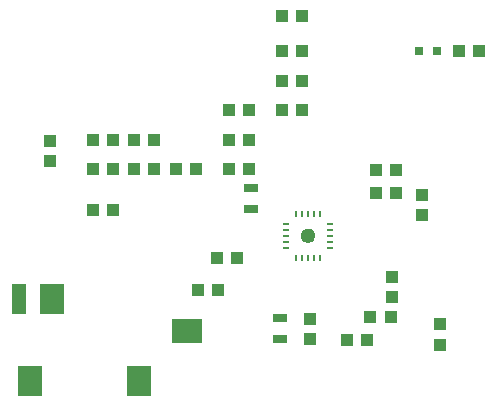
<source format=gtp>
G75*
%MOIN*%
%OFA0B0*%
%FSLAX25Y25*%
%IPPOS*%
%LPD*%
%AMOC8*
5,1,8,0,0,1.08239X$1,22.5*
%
%ADD10R,0.03937X0.04331*%
%ADD11R,0.04331X0.03937*%
%ADD12R,0.04724X0.03150*%
%ADD13R,0.03150X0.03150*%
%ADD14R,0.07874X0.09843*%
%ADD15R,0.09843X0.07874*%
%ADD16R,0.04724X0.09843*%
%ADD17R,0.01969X0.00984*%
%ADD18R,0.00984X0.01969*%
%ADD19C,0.00500*%
D10*
X0117942Y0043729D03*
X0117942Y0050422D03*
X0145501Y0057509D03*
X0145501Y0064202D03*
X0161249Y0048454D03*
X0161249Y0041761D03*
X0155343Y0085068D03*
X0155343Y0091761D03*
X0031328Y0102784D03*
X0031328Y0109477D03*
D11*
X0045698Y0110068D03*
X0052391Y0110068D03*
X0059477Y0110068D03*
X0066170Y0110068D03*
X0066170Y0100225D03*
X0059477Y0100225D03*
X0052391Y0100225D03*
X0045698Y0100225D03*
X0045698Y0086446D03*
X0052391Y0086446D03*
X0073257Y0100225D03*
X0079950Y0100225D03*
X0090973Y0100225D03*
X0097666Y0100225D03*
X0097666Y0110068D03*
X0090973Y0110068D03*
X0090973Y0119910D03*
X0097666Y0119910D03*
X0108712Y0119910D03*
X0115405Y0119910D03*
X0115518Y0129753D03*
X0108825Y0129753D03*
X0108690Y0139595D03*
X0115383Y0139595D03*
X0115383Y0151406D03*
X0108690Y0151406D03*
X0167745Y0139595D03*
X0174438Y0139595D03*
X0146859Y0099795D03*
X0140166Y0099795D03*
X0140186Y0092351D03*
X0146879Y0092351D03*
X0144910Y0051013D03*
X0138217Y0051013D03*
X0137036Y0043139D03*
X0130343Y0043139D03*
X0093729Y0070698D03*
X0087036Y0070698D03*
X0087333Y0059932D03*
X0080640Y0059932D03*
D12*
X0108099Y0050619D03*
X0108099Y0043532D03*
X0098257Y0086839D03*
X0098257Y0093926D03*
D13*
X0154359Y0139595D03*
X0160265Y0139595D03*
D14*
X0024590Y0029741D03*
X0032070Y0056906D03*
X0061204Y0029741D03*
D15*
X0077149Y0046276D03*
D16*
X0021046Y0056906D03*
D17*
X0110087Y0074056D03*
X0110087Y0076024D03*
X0110087Y0077993D03*
X0110087Y0079961D03*
X0110087Y0081930D03*
X0124654Y0081930D03*
X0124654Y0079961D03*
X0124654Y0077993D03*
X0124654Y0076024D03*
X0124654Y0074056D03*
D18*
X0121308Y0070709D03*
X0119339Y0070709D03*
X0117371Y0070709D03*
X0115402Y0070709D03*
X0113434Y0070709D03*
X0113434Y0085276D03*
X0115402Y0085276D03*
X0117371Y0085276D03*
X0119339Y0085276D03*
X0121308Y0085276D03*
D19*
X0118239Y0079795D02*
X0118618Y0079557D01*
X0118935Y0079240D01*
X0119173Y0078861D01*
X0119321Y0078438D01*
X0119371Y0077993D01*
X0119321Y0077548D01*
X0119173Y0077125D01*
X0118935Y0076746D01*
X0118618Y0076429D01*
X0118239Y0076191D01*
X0117816Y0076043D01*
X0117371Y0075993D01*
X0116926Y0076043D01*
X0116503Y0076191D01*
X0116124Y0076429D01*
X0115807Y0076746D01*
X0115569Y0077125D01*
X0115421Y0077548D01*
X0115371Y0077993D01*
X0115421Y0078438D01*
X0115569Y0078861D01*
X0115807Y0079240D01*
X0116124Y0079557D01*
X0116503Y0079795D01*
X0116926Y0079943D01*
X0117371Y0079993D01*
X0117816Y0079943D01*
X0118239Y0079795D01*
X0118499Y0079631D02*
X0116243Y0079631D01*
X0115740Y0079133D02*
X0119002Y0079133D01*
X0119252Y0078634D02*
X0115490Y0078634D01*
X0115387Y0078136D02*
X0119355Y0078136D01*
X0119331Y0077637D02*
X0115411Y0077637D01*
X0115564Y0077139D02*
X0119178Y0077139D01*
X0118829Y0076640D02*
X0115913Y0076640D01*
X0116644Y0076142D02*
X0118097Y0076142D01*
M02*

</source>
